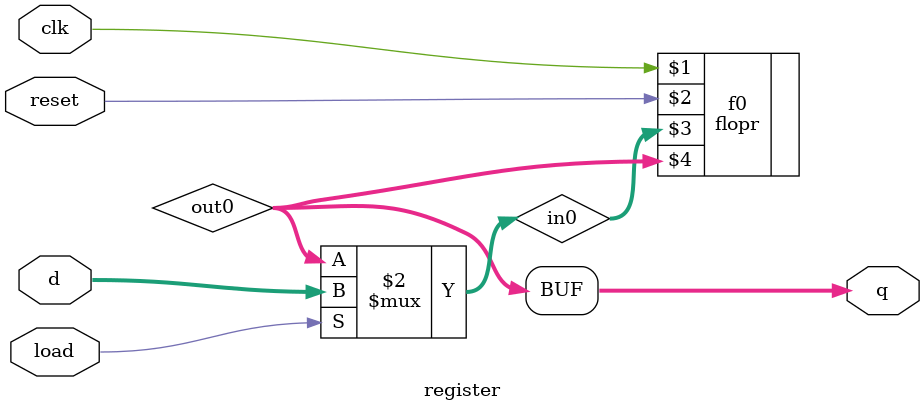
<source format=v>
module register(
  input clk,
  input reset,
  input load,
  input [3:0] d,
  output [3:0] q);

  wire [3:0] in0, out0;

  flopr f0 (clk, reset, in0, out0);

  assign in0 = (load == 1) ? d : out0;
  assign q = out0;
endmodule

</source>
